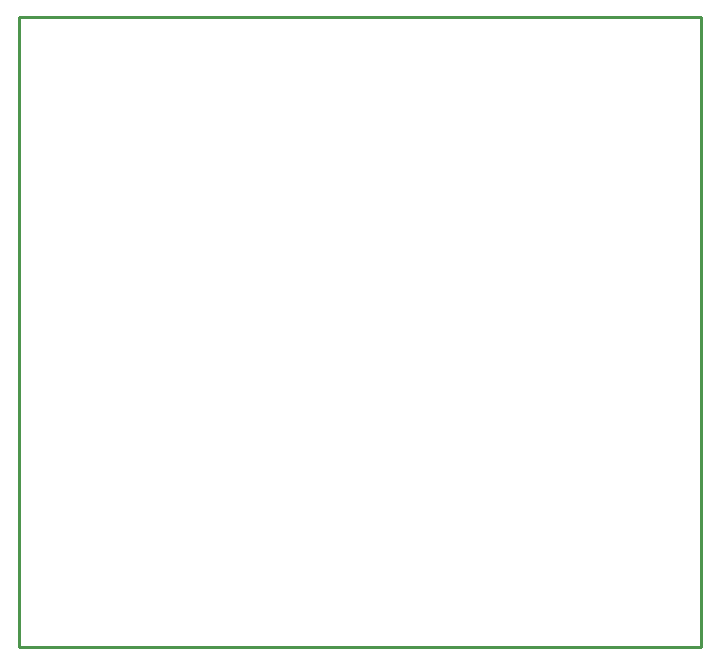
<source format=gm1>
G04*
G04 #@! TF.GenerationSoftware,Altium Limited,Altium Designer,22.0.2 (36)*
G04*
G04 Layer_Color=16711935*
%FSLAX25Y25*%
%MOIN*%
G70*
G04*
G04 #@! TF.SameCoordinates,0D3B301A-5C7D-42CB-B649-B08759771362*
G04*
G04*
G04 #@! TF.FilePolarity,Positive*
G04*
G01*
G75*
%ADD11C,0.01000*%
D11*
X0D02*
Y210000D01*
X227500D01*
Y0D02*
Y210000D01*
X0Y0D02*
X227500D01*
M02*

</source>
